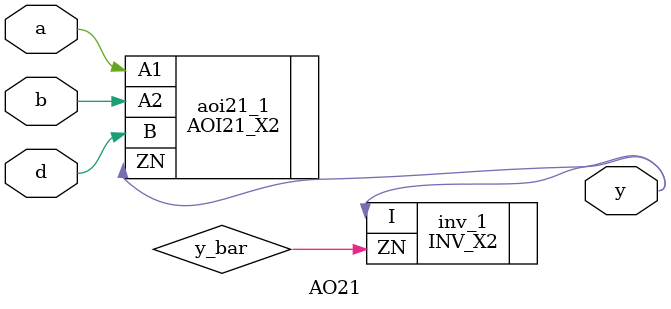
<source format=v>

/* verilator lint_off UNUSEDSIGNAL*/
module Hybrid_64_BK3_SA3_top (a,b,cin,sum,cout,clk,rst);
input [63:0]a;
input [63:0]b;
input cin;
output reg [63:0]sum;
output reg cout;
input clk;
input rst;
wire [63:0] sum_w;
wire cout_w;
reg cin_r;
Hybrid_64_BK3_SA3 u0 (a,b,cin_r,sum_w,cout_w);
always @(posedge clk ) begin
    if (rst) begin
        sum<=0;
        cout<=0;
    end
    else begin
        sum<=sum_w;
        cout<=cout_w; 
        cin_r <= cin;
    end
end
endmodule 

module pg_gen_bk_sa_64 (a,b,cin,p,g);
input [63:0]a;
input [63:0]b;
input cin;
output [64:0]p;
output [64:0]g;
assign g[0]=cin;
assign p[0]=0;
assign p[64:1]=a^b;
assign g[64:1]=a&b;
endmodule

module Hybrid_64_BK3_SA3 (a,b,cin,sum,cout);

input [64:1]a;
input [64:1]b;
input cin;
output [64:1]sum;
output cout;
wire [64:0]p;
wire [64:0]g;
pg_gen_bk_sa_64 pg_gen_bksa (a,b,cin,p,g);
genvar i;

wire [63:0] gnpg_level1;
wire [63:0] pp_level1;
wire [63:0] gnpg_level2;
wire [63:0] pp_level2;
wire [63:0] gnpg_level3;
wire [63:0] pp_level3;
wire [63:0] gnpg_level4;
wire [63:0] pp_level4;
wire [63:0] gnpg_level5;
wire [63:0] pp_level5;
wire [63:0] gnpg_level6;
wire [63:0] pp_level6;
             generate
               for (i = 1;i<64 ;i=i+2 ) begin:gen_block_sa11
                // assign gnpg_level1[i]=g[i]|p[i]&g[i-1];  
                  AO21 a3 (p[i],g[i-1],g[i],gnpg_level1[i]);
                assign pp_level1[i]=p[i]&p[i-1];     
               end
            endgenerate
             generate
                for (i = 0;i<64 ;i=i+2) begin
                 assign gnpg_level1[i]=g[i];  
                 assign pp_level1[i]=p[i];     
               end
            endgenerate
             generate
              for (i = 4-1 ;i<64;i=i+4) begin:gen_block_sa22
                //assign gnpg_level2[i]=gnpg_level1[i]|pp_level1[i]&gnpg_level1[i-2];  
                  AO21 a4 (pp_level1[i],gnpg_level1[i-2],gnpg_level1[i],gnpg_level2[i]);
                assign pp_level2[i]=pp_level1[i]&pp_level1[i-2];            
              end
            endgenerate generate
              for (i = 0;i<4-1 ;i=i+1) begin
                assign gnpg_level2[ 4*0+i]=gnpg_level1[ 4*0+i];
                assign pp_level2[ 4*0+i]=pp_level1[ 4*0+i];
               end
            endgenerate generate
              for (i = 0;i<4-1 ;i=i+1) begin
                assign gnpg_level2[ 4*1+i]=gnpg_level1[ 4*1+i];
                assign pp_level2[ 4*1+i]=pp_level1[ 4*1+i];
               end
            endgenerate generate
              for (i = 0;i<4-1 ;i=i+1) begin
                assign gnpg_level2[ 4*2+i]=gnpg_level1[ 4*2+i];
                assign pp_level2[ 4*2+i]=pp_level1[ 4*2+i];
               end
            endgenerate generate
              for (i = 0;i<4-1 ;i=i+1) begin
                assign gnpg_level2[ 4*3+i]=gnpg_level1[ 4*3+i];
                assign pp_level2[ 4*3+i]=pp_level1[ 4*3+i];
               end
            endgenerate generate
              for (i = 0;i<4-1 ;i=i+1) begin
                assign gnpg_level2[ 4*4+i]=gnpg_level1[ 4*4+i];
                assign pp_level2[ 4*4+i]=pp_level1[ 4*4+i];
               end
            endgenerate generate
              for (i = 0;i<4-1 ;i=i+1) begin
                assign gnpg_level2[ 4*5+i]=gnpg_level1[ 4*5+i];
                assign pp_level2[ 4*5+i]=pp_level1[ 4*5+i];
               end
            endgenerate generate
              for (i = 0;i<4-1 ;i=i+1) begin
                assign gnpg_level2[ 4*6+i]=gnpg_level1[ 4*6+i];
                assign pp_level2[ 4*6+i]=pp_level1[ 4*6+i];
               end
            endgenerate generate
              for (i = 0;i<4-1 ;i=i+1) begin
                assign gnpg_level2[ 4*7+i]=gnpg_level1[ 4*7+i];
                assign pp_level2[ 4*7+i]=pp_level1[ 4*7+i];
               end
            endgenerate generate
              for (i = 0;i<4-1 ;i=i+1) begin
                assign gnpg_level2[ 4*8+i]=gnpg_level1[ 4*8+i];
                assign pp_level2[ 4*8+i]=pp_level1[ 4*8+i];
               end
            endgenerate generate
              for (i = 0;i<4-1 ;i=i+1) begin
                assign gnpg_level2[ 4*9+i]=gnpg_level1[ 4*9+i];
                assign pp_level2[ 4*9+i]=pp_level1[ 4*9+i];
               end
            endgenerate generate
              for (i = 0;i<4-1 ;i=i+1) begin
                assign gnpg_level2[ 4*10+i]=gnpg_level1[ 4*10+i];
                assign pp_level2[ 4*10+i]=pp_level1[ 4*10+i];
               end
            endgenerate generate
              for (i = 0;i<4-1 ;i=i+1) begin
                assign gnpg_level2[ 4*11+i]=gnpg_level1[ 4*11+i];
                assign pp_level2[ 4*11+i]=pp_level1[ 4*11+i];
               end
            endgenerate generate
              for (i = 0;i<4-1 ;i=i+1) begin
                assign gnpg_level2[ 4*12+i]=gnpg_level1[ 4*12+i];
                assign pp_level2[ 4*12+i]=pp_level1[ 4*12+i];
               end
            endgenerate generate
              for (i = 0;i<4-1 ;i=i+1) begin
                assign gnpg_level2[ 4*13+i]=gnpg_level1[ 4*13+i];
                assign pp_level2[ 4*13+i]=pp_level1[ 4*13+i];
               end
            endgenerate generate
              for (i = 0;i<4-1 ;i=i+1) begin
                assign gnpg_level2[ 4*14+i]=gnpg_level1[ 4*14+i];
                assign pp_level2[ 4*14+i]=pp_level1[ 4*14+i];
               end
            endgenerate generate
              for (i = 0;i<4-1 ;i=i+1) begin
                assign gnpg_level2[ 4*15+i]=gnpg_level1[ 4*15+i];
                assign pp_level2[ 4*15+i]=pp_level1[ 4*15+i];
               end
            endgenerate 
             generate
              for (i = 8-1 ;i<64;i=i+8) begin:gen_block_sa23
                //assign gnpg_level3[i]=gnpg_level2[i]|pp_level2[i]&gnpg_level2[i-4];  
                  AO21 a4 (pp_level2[i],gnpg_level2[i-4],gnpg_level2[i],gnpg_level3[i]);
                assign pp_level3[i]=pp_level2[i]&pp_level2[i-4];            
              end
            endgenerate generate
              for (i = 0;i<8-1 ;i=i+1) begin
                assign gnpg_level3[ 8*0+i]=gnpg_level2[ 8*0+i];
                assign pp_level3[ 8*0+i]=pp_level2[ 8*0+i];
               end
            endgenerate generate
              for (i = 0;i<8-1 ;i=i+1) begin
                assign gnpg_level3[ 8*1+i]=gnpg_level2[ 8*1+i];
                assign pp_level3[ 8*1+i]=pp_level2[ 8*1+i];
               end
            endgenerate generate
              for (i = 0;i<8-1 ;i=i+1) begin
                assign gnpg_level3[ 8*2+i]=gnpg_level2[ 8*2+i];
                assign pp_level3[ 8*2+i]=pp_level2[ 8*2+i];
               end
            endgenerate generate
              for (i = 0;i<8-1 ;i=i+1) begin
                assign gnpg_level3[ 8*3+i]=gnpg_level2[ 8*3+i];
                assign pp_level3[ 8*3+i]=pp_level2[ 8*3+i];
               end
            endgenerate generate
              for (i = 0;i<8-1 ;i=i+1) begin
                assign gnpg_level3[ 8*4+i]=gnpg_level2[ 8*4+i];
                assign pp_level3[ 8*4+i]=pp_level2[ 8*4+i];
               end
            endgenerate generate
              for (i = 0;i<8-1 ;i=i+1) begin
                assign gnpg_level3[ 8*5+i]=gnpg_level2[ 8*5+i];
                assign pp_level3[ 8*5+i]=pp_level2[ 8*5+i];
               end
            endgenerate generate
              for (i = 0;i<8-1 ;i=i+1) begin
                assign gnpg_level3[ 8*6+i]=gnpg_level2[ 8*6+i];
                assign pp_level3[ 8*6+i]=pp_level2[ 8*6+i];
               end
            endgenerate generate
              for (i = 0;i<8-1 ;i=i+1) begin
                assign gnpg_level3[ 8*7+i]=gnpg_level2[ 8*7+i];
                assign pp_level3[ 8*7+i]=pp_level2[ 8*7+i];
               end
            endgenerate 
        generate
             for (i = 15;i<64 ;i=i+16) begin:gen_block_sa310
            // assign gnpg_level4[i+0]=gnpg_level3[i+0]|pp_level3[i+0]&gnpg_level3[i-8];  
            AO21 a5 (pp_level3[i+0],gnpg_level3[i-8],gnpg_level3[i+0],gnpg_level4[i+0]);
             assign pp_level4[i+0]=pp_level3[i+0]&pp_level3[i-8];            
         end
       endgenerate
       //old_value_pass
       generate
             for (i = 23;i<64 ;i=i+16) begin
             assign gnpg_level4[i+0]=gnpg_level3[i+0];  
             assign pp_level4[i+0]=pp_level3[i+0];            
         end
       endgenerate
       
         generate
             for (i = 0;i<15 ;i=i+1) begin
             assign gnpg_level4[i]=gnpg_level3[i];  
             assign pp_level4[i]=pp_level3[i];           
         end
       endgenerate 
         //k
         generate
             for (i = 15+1;i<15+8 ;i=i+1) begin
             assign gnpg_level4[i]=gnpg_level3[i];  
             assign pp_level4[i]=pp_level3[i];           
         end
       endgenerate 
         //k
         generate
             for (i = 23+1;i<23+8 ;i=i+1) begin
             assign gnpg_level4[i]=gnpg_level3[i];  
             assign pp_level4[i]=pp_level3[i];           
         end
       endgenerate 
         //k
         generate
             for (i = 31+1;i<31+8 ;i=i+1) begin
             assign gnpg_level4[i]=gnpg_level3[i];  
             assign pp_level4[i]=pp_level3[i];           
         end
       endgenerate 
         //k
         generate
             for (i = 39+1;i<39+8 ;i=i+1) begin
             assign gnpg_level4[i]=gnpg_level3[i];  
             assign pp_level4[i]=pp_level3[i];           
         end
       endgenerate 
         //k
         generate
             for (i = 47+1;i<47+8 ;i=i+1) begin
             assign gnpg_level4[i]=gnpg_level3[i];  
             assign pp_level4[i]=pp_level3[i];           
         end
       endgenerate 
         //k
         generate
             for (i = 55+1;i<55+8 ;i=i+1) begin
             assign gnpg_level4[i]=gnpg_level3[i];  
             assign pp_level4[i]=pp_level3[i];           
         end
       endgenerate 
        generate
             for (i = 23;i<64 ;i=i+32) begin:gen_block_sa320
            // assign gnpg_level5[i+0]=gnpg_level4[i+0]|pp_level4[i+0]&gnpg_level4[i-8];  
            AO21 a5 (pp_level4[i+0],gnpg_level4[i-8],gnpg_level4[i+0],gnpg_level5[i+0]);
             assign pp_level5[i+0]=pp_level4[i+0]&pp_level4[i-8];            
         end
       endgenerate
       //old_value_pass
       generate
             for (i = 39;i<64 ;i=i+32) begin
             assign gnpg_level5[i+0]=gnpg_level4[i+0];  
             assign pp_level5[i+0]=pp_level4[i+0];            
         end
       endgenerate
       
        generate
             for (i = 23;i<64 ;i=i+32) begin:gen_block_sa328
            // assign gnpg_level5[i+8]=gnpg_level4[i+8]|pp_level4[i+8]&gnpg_level4[i-8];  
            AO21 a5 (pp_level4[i+8],gnpg_level4[i-8],gnpg_level4[i+8],gnpg_level5[i+8]);
             assign pp_level5[i+8]=pp_level4[i+8]&pp_level4[i-8];            
         end
       endgenerate
       //old_value_pass
       generate
             for (i = 39;i<64 ;i=i+32) begin
             assign gnpg_level5[i+8]=gnpg_level4[i+8];  
             assign pp_level5[i+8]=pp_level4[i+8];            
         end
       endgenerate
       
         generate
             for (i = 0;i<23 ;i=i+1) begin
             assign gnpg_level5[i]=gnpg_level4[i];  
             assign pp_level5[i]=pp_level4[i];           
         end
       endgenerate 
         //k
         generate
             for (i = 23+1;i<23+8 ;i=i+1) begin
             assign gnpg_level5[i]=gnpg_level4[i];  
             assign pp_level5[i]=pp_level4[i];           
         end
       endgenerate 
         //k
         generate
             for (i = 31+1;i<31+8 ;i=i+1) begin
             assign gnpg_level5[i]=gnpg_level4[i];  
             assign pp_level5[i]=pp_level4[i];           
         end
       endgenerate 
         //k
         generate
             for (i = 39+1;i<39+8 ;i=i+1) begin
             assign gnpg_level5[i]=gnpg_level4[i];  
             assign pp_level5[i]=pp_level4[i];           
         end
       endgenerate 
         //k
         generate
             for (i = 47+1;i<47+8 ;i=i+1) begin
             assign gnpg_level5[i]=gnpg_level4[i];  
             assign pp_level5[i]=pp_level4[i];           
         end
       endgenerate 
         //k
         generate
             for (i = 55+1;i<55+8 ;i=i+1) begin
             assign gnpg_level5[i]=gnpg_level4[i];  
             assign pp_level5[i]=pp_level4[i];           
         end
       endgenerate 
        generate
             for (i = 39;i<64 ;i=i+64) begin:gen_block_sa330
            // assign gnpg_level6[i+0]=gnpg_level5[i+0]|pp_level5[i+0]&gnpg_level5[i-8];  
            AO21 a5 (pp_level5[i+0],gnpg_level5[i-8],gnpg_level5[i+0],gnpg_level6[i+0]);
             assign pp_level6[i+0]=pp_level5[i+0]&pp_level5[i-8];            
         end
       endgenerate
       //old_value_pass
       generate
             for (i = 71;i<64 ;i=i+64) begin
             assign gnpg_level6[i+0]=gnpg_level5[i+0];  
             assign pp_level6[i+0]=pp_level5[i+0];            
         end
       endgenerate
       
        generate
             for (i = 39;i<64 ;i=i+64) begin:gen_block_sa338
            // assign gnpg_level6[i+8]=gnpg_level5[i+8]|pp_level5[i+8]&gnpg_level5[i-8];  
            AO21 a5 (pp_level5[i+8],gnpg_level5[i-8],gnpg_level5[i+8],gnpg_level6[i+8]);
             assign pp_level6[i+8]=pp_level5[i+8]&pp_level5[i-8];            
         end
       endgenerate
       //old_value_pass
       generate
             for (i = 71;i<64 ;i=i+64) begin
             assign gnpg_level6[i+8]=gnpg_level5[i+8];  
             assign pp_level6[i+8]=pp_level5[i+8];            
         end
       endgenerate
       
        generate
             for (i = 39;i<64 ;i=i+64) begin:gen_block_sa3316
            // assign gnpg_level6[i+16]=gnpg_level5[i+16]|pp_level5[i+16]&gnpg_level5[i-8];  
            AO21 a5 (pp_level5[i+16],gnpg_level5[i-8],gnpg_level5[i+16],gnpg_level6[i+16]);
             assign pp_level6[i+16]=pp_level5[i+16]&pp_level5[i-8];            
         end
       endgenerate
       //old_value_pass
       generate
             for (i = 71;i<64 ;i=i+64) begin
             assign gnpg_level6[i+16]=gnpg_level5[i+16];  
             assign pp_level6[i+16]=pp_level5[i+16];            
         end
       endgenerate
       
        generate
             for (i = 39;i<64 ;i=i+64) begin:gen_block_sa3324
            // assign gnpg_level6[i+24]=gnpg_level5[i+24]|pp_level5[i+24]&gnpg_level5[i-8];  
            AO21 a5 (pp_level5[i+24],gnpg_level5[i-8],gnpg_level5[i+24],gnpg_level6[i+24]);
             assign pp_level6[i+24]=pp_level5[i+24]&pp_level5[i-8];            
         end
       endgenerate
       //old_value_pass
       generate
             for (i = 71;i<64 ;i=i+64) begin
             assign gnpg_level6[i+24]=gnpg_level5[i+24];  
             assign pp_level6[i+24]=pp_level5[i+24];            
         end
       endgenerate
       
         generate
             for (i = 0;i<39 ;i=i+1) begin
             assign gnpg_level6[i]=gnpg_level5[i];  
             assign pp_level6[i]=pp_level5[i];           
         end
       endgenerate 
         //k
         generate
             for (i = 39+1;i<39+8 ;i=i+1) begin
             assign gnpg_level6[i]=gnpg_level5[i];  
             assign pp_level6[i]=pp_level5[i];           
         end
       endgenerate 
         //k
         generate
             for (i = 47+1;i<47+8 ;i=i+1) begin
             assign gnpg_level6[i]=gnpg_level5[i];  
             assign pp_level6[i]=pp_level5[i];           
         end
       endgenerate 
         //k
         generate
             for (i = 55+1;i<55+8 ;i=i+1) begin
             assign gnpg_level6[i]=gnpg_level5[i];  
             assign pp_level6[i]=pp_level5[i];           
         end
       endgenerate 
    wire [63:0] gnpg_level9;  
    
    wire [30-1:0] gnpg_level8;   
    wire [30-1:0] pp_level8; 
    
    wire [14-1:0] gnpg_level7;   
    wire [14-1:0] pp_level7; 
    
assign sum[64:1]=p[64:1]^gnpg_level9[64-1:0];
assign cout =g[64]|p[64]&gnpg_level9[64-1];
assign gnpg_level9[0]=gnpg_level6[0];
assign gnpg_level9[1]=gnpg_level6[1];
// assign gnpg_level9[2]=gnpg_level6[2]|pp_level6[2]&gnpg_level6[1];
AO21 a9 (pp_level6[2],gnpg_level6[1],gnpg_level6[2],gnpg_level9[2]);
assign gnpg_level9[63]=gnpg_level6[63];
generate 
   for (i = 1;i<(64-2)/2 ;i=i+1 ) begin
      assign gnpg_level9[2*i+1]=gnpg_level8[i-1];
   end
endgenerate
generate 
   for (i = 2;i<64/2 ;i=i+1 ) begin:gen_post_2
      //assign gnpg_level9[2*i]=gnpg_level6[2*i]|pp_level6[2*i]&gnpg_level8[i-2];
      AO21 a10 (pp_level6[2*i],gnpg_level8[i-2],gnpg_level6[2*i],gnpg_level9[2*i]);
   end
endgenerate


assign gnpg_level8[0]=gnpg_level6[3];
// assign gnpg_level8[1]=gnpg_level6[2+3]|pp_level6[2+3]&gnpg_level6[2+3-2];
AO21 a11_2 (pp_level6[2+3],gnpg_level6[2+3-2],gnpg_level6[2+3],gnpg_level8[1]);
generate 

   for (i = 3;i<30;i=i+2 ) begin:gen_post_32
      // assign gnpg_level8[i]=gnpg_level6[2*i+3]|pp_level6[2*i+3]&gnpg_level7[(i-3)/2];
      AO21 a12 (pp_level6[2*i+3],gnpg_level7[(i-3)/2],gnpg_level6[2*i+3],gnpg_level8[i]);
   end
endgenerate
generate 

   for (i = 2;i<30 ;i=i+2 ) begin
      assign gnpg_level8[i]=gnpg_level7[i/2-1];
   end
endgenerate


//1111
assign gnpg_level7[0]=gnpg_level6[7];
// assign gnpg_level7[1]=gnpg_level6[4+7]|pp_level6[4+7]&gnpg_level6[4+7-4];
AO21 a13_1 (pp_level6[4+7],gnpg_level6[4+7-4],gnpg_level6[4+7],gnpg_level7[1]);
generate 
//1111
   for (i = 3;i<14;i=i+2 ) begin:gen_post_41
     // assign gnpg_level7[i]=gnpg_level6[4*i+7]|pp_level6[4*i+7]&gnpg_level6[4*i+7-4];
     AO21 a141 (pp_level6[4*i+7],gnpg_level6[4*i+7-4],gnpg_level6[4*i+7],gnpg_level7[i]);
   end
endgenerate
generate 
//1111
   for (i = 2;i<14 ;i=i+2 ) begin
      assign gnpg_level7[i]=gnpg_level6[4*i+7];
   end
endgenerate

endmodule
module AO21 ( a, b, d, y );
  input a, b, d;
  output y;
  wire   y_bar;

  AOI21_X2 aoi21_1 ( .A1(a), .A2(b), .B(d), .ZN(y) );
  INV_X2 inv_1 ( .I(y), .ZN(y_bar) );
endmodule

</source>
